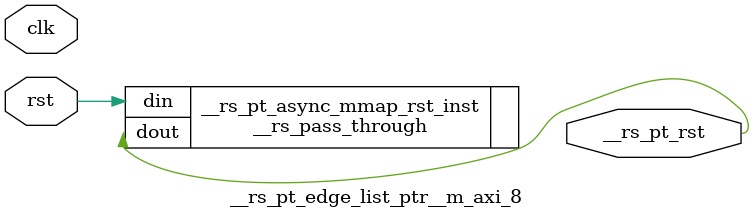
<source format=v>
`timescale 1 ns / 1 ps
/**   Generated by RapidStream   **/
module __rs_pt_edge_list_ptr__m_axi_8 #(
    parameter BufferSize         = 32,
    parameter BufferSizeLog      = 5,
    parameter AddrWidth          = 64,
    parameter AxiSideAddrWidth   = 64,
    parameter DataWidth          = 512,
    parameter DataWidthBytesLog  = 6,
    parameter WaitTimeWidth      = 4,
    parameter BurstLenWidth      = 8,
    parameter EnableReadChannel  = 1,
    parameter EnableWriteChannel = 1,
    parameter MaxWaitTime        = 3,
    parameter MaxBurstLen        = 15
) (
    output wire __rs_pt_rst,
    input wire  clk,
    input wire  rst
);




__rs_pass_through #(
    .WIDTH (1)
) __rs_pt_async_mmap_rst_inst /**   Generated by RapidStream   **/ (
    .din  (rst),
    .dout (__rs_pt_rst)
);

endmodule  // __rs_pt_edge_list_ptr__m_axi_8
</source>
